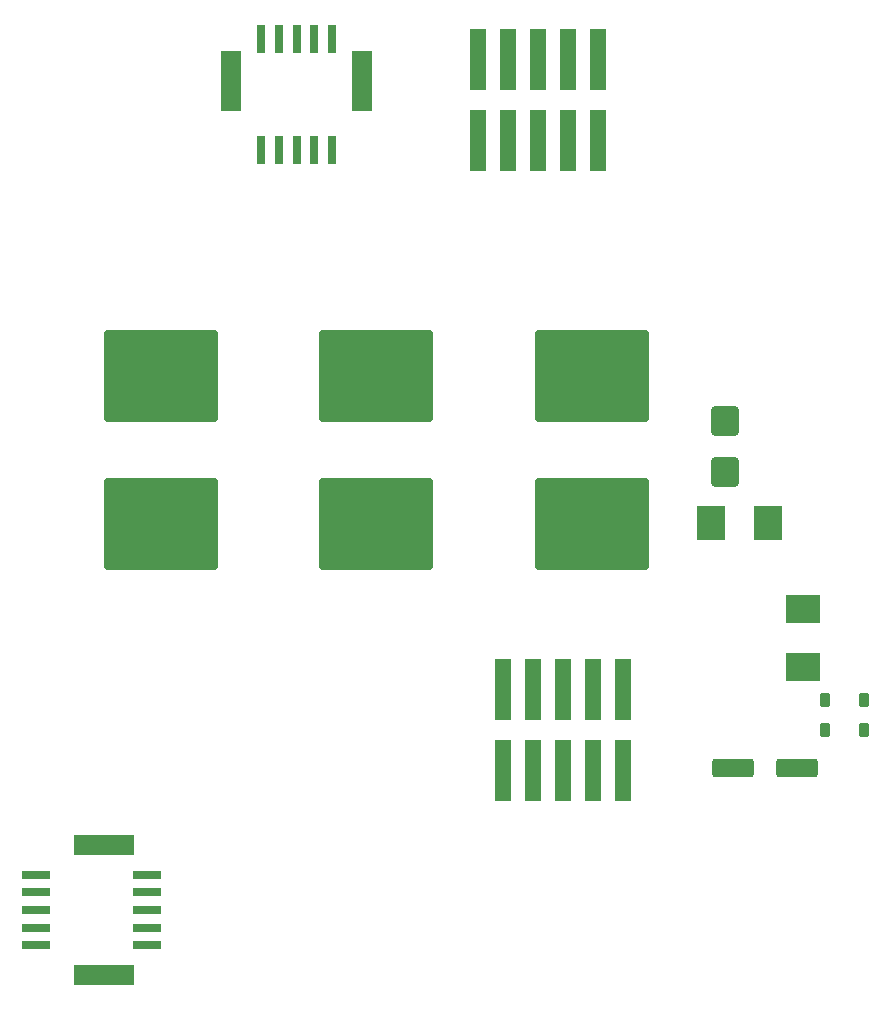
<source format=gbr>
%TF.GenerationSoftware,KiCad,Pcbnew,7.0.7*%
%TF.CreationDate,2024-02-15T16:38:16+01:00*%
%TF.ProjectId,nav_lower_controller,6e61765f-6c6f-4776-9572-5f636f6e7472,1*%
%TF.SameCoordinates,Original*%
%TF.FileFunction,Paste,Bot*%
%TF.FilePolarity,Positive*%
%FSLAX46Y46*%
G04 Gerber Fmt 4.6, Leading zero omitted, Abs format (unit mm)*
G04 Created by KiCad (PCBNEW 7.0.7) date 2024-02-15 16:38:16*
%MOMM*%
%LPD*%
G01*
G04 APERTURE LIST*
G04 Aperture macros list*
%AMRoundRect*
0 Rectangle with rounded corners*
0 $1 Rounding radius*
0 $2 $3 $4 $5 $6 $7 $8 $9 X,Y pos of 4 corners*
0 Add a 4 corners polygon primitive as box body*
4,1,4,$2,$3,$4,$5,$6,$7,$8,$9,$2,$3,0*
0 Add four circle primitives for the rounded corners*
1,1,$1+$1,$2,$3*
1,1,$1+$1,$4,$5*
1,1,$1+$1,$6,$7*
1,1,$1+$1,$8,$9*
0 Add four rect primitives between the rounded corners*
20,1,$1+$1,$2,$3,$4,$5,0*
20,1,$1+$1,$4,$5,$6,$7,0*
20,1,$1+$1,$6,$7,$8,$9,0*
20,1,$1+$1,$8,$9,$2,$3,0*%
G04 Aperture macros list end*
%ADD10C,0.010000*%
%ADD11RoundRect,0.249998X4.550002X-3.650002X4.550002X3.650002X-4.550002X3.650002X-4.550002X-3.650002X0*%
%ADD12R,3.000000X2.400000*%
%ADD13RoundRect,0.250000X0.900000X-1.000000X0.900000X1.000000X-0.900000X1.000000X-0.900000X-1.000000X0*%
%ADD14R,2.450000X0.800000*%
%ADD15R,5.050000X1.800000*%
%ADD16RoundRect,0.225000X-0.225000X-0.375000X0.225000X-0.375000X0.225000X0.375000X-0.225000X0.375000X0*%
%ADD17R,2.400000X3.000000*%
%ADD18RoundRect,0.250000X1.500000X0.550000X-1.500000X0.550000X-1.500000X-0.550000X1.500000X-0.550000X0*%
%ADD19R,1.270000X5.080000*%
%ADD20R,0.800000X2.450000*%
%ADD21R,1.800000X5.050000*%
G04 APERTURE END LIST*
%TO.C,J5*%
D10*
X143405000Y-59520000D02*
X142135000Y-59520000D01*
X142135000Y-54440000D01*
X143405000Y-54440000D01*
X143405000Y-59520000D01*
G36*
X143405000Y-59520000D02*
G01*
X142135000Y-59520000D01*
X142135000Y-54440000D01*
X143405000Y-54440000D01*
X143405000Y-59520000D01*
G37*
X143405000Y-66378000D02*
X142135000Y-66378000D01*
X142135000Y-61298000D01*
X143405000Y-61298000D01*
X143405000Y-66378000D01*
G36*
X143405000Y-66378000D02*
G01*
X142135000Y-66378000D01*
X142135000Y-61298000D01*
X143405000Y-61298000D01*
X143405000Y-66378000D01*
G37*
X145945000Y-59520000D02*
X144675000Y-59520000D01*
X144675000Y-54440000D01*
X145945000Y-54440000D01*
X145945000Y-59520000D01*
G36*
X145945000Y-59520000D02*
G01*
X144675000Y-59520000D01*
X144675000Y-54440000D01*
X145945000Y-54440000D01*
X145945000Y-59520000D01*
G37*
X145945000Y-66378000D02*
X144675000Y-66378000D01*
X144675000Y-61298000D01*
X145945000Y-61298000D01*
X145945000Y-66378000D01*
G36*
X145945000Y-66378000D02*
G01*
X144675000Y-66378000D01*
X144675000Y-61298000D01*
X145945000Y-61298000D01*
X145945000Y-66378000D01*
G37*
X148485000Y-59520000D02*
X147215000Y-59520000D01*
X147215000Y-54440000D01*
X148485000Y-54440000D01*
X148485000Y-59520000D01*
G36*
X148485000Y-59520000D02*
G01*
X147215000Y-59520000D01*
X147215000Y-54440000D01*
X148485000Y-54440000D01*
X148485000Y-59520000D01*
G37*
X148485000Y-66378000D02*
X147215000Y-66378000D01*
X147215000Y-61298000D01*
X148485000Y-61298000D01*
X148485000Y-66378000D01*
G36*
X148485000Y-66378000D02*
G01*
X147215000Y-66378000D01*
X147215000Y-61298000D01*
X148485000Y-61298000D01*
X148485000Y-66378000D01*
G37*
X151025000Y-59520000D02*
X149755000Y-59520000D01*
X149755000Y-54440000D01*
X151025000Y-54440000D01*
X151025000Y-59520000D01*
G36*
X151025000Y-59520000D02*
G01*
X149755000Y-59520000D01*
X149755000Y-54440000D01*
X151025000Y-54440000D01*
X151025000Y-59520000D01*
G37*
X151025000Y-66378000D02*
X149755000Y-66378000D01*
X149755000Y-61298000D01*
X151025000Y-61298000D01*
X151025000Y-66378000D01*
G36*
X151025000Y-66378000D02*
G01*
X149755000Y-66378000D01*
X149755000Y-61298000D01*
X151025000Y-61298000D01*
X151025000Y-66378000D01*
G37*
X153565000Y-59520000D02*
X152295000Y-59520000D01*
X152295000Y-54440000D01*
X153565000Y-54440000D01*
X153565000Y-59520000D01*
G36*
X153565000Y-59520000D02*
G01*
X152295000Y-59520000D01*
X152295000Y-54440000D01*
X153565000Y-54440000D01*
X153565000Y-59520000D01*
G37*
X153565000Y-66378000D02*
X152295000Y-66378000D01*
X152295000Y-61298000D01*
X153565000Y-61298000D01*
X153565000Y-66378000D01*
G36*
X153565000Y-66378000D02*
G01*
X152295000Y-66378000D01*
X152295000Y-61298000D01*
X153565000Y-61298000D01*
X153565000Y-66378000D01*
G37*
%TO.C,J7*%
X145555000Y-112820000D02*
X144285000Y-112820000D01*
X144285000Y-107740000D01*
X145555000Y-107740000D01*
X145555000Y-112820000D01*
G36*
X145555000Y-112820000D02*
G01*
X144285000Y-112820000D01*
X144285000Y-107740000D01*
X145555000Y-107740000D01*
X145555000Y-112820000D01*
G37*
X145555000Y-119678000D02*
X144285000Y-119678000D01*
X144285000Y-114598000D01*
X145555000Y-114598000D01*
X145555000Y-119678000D01*
G36*
X145555000Y-119678000D02*
G01*
X144285000Y-119678000D01*
X144285000Y-114598000D01*
X145555000Y-114598000D01*
X145555000Y-119678000D01*
G37*
X148095000Y-112820000D02*
X146825000Y-112820000D01*
X146825000Y-107740000D01*
X148095000Y-107740000D01*
X148095000Y-112820000D01*
G36*
X148095000Y-112820000D02*
G01*
X146825000Y-112820000D01*
X146825000Y-107740000D01*
X148095000Y-107740000D01*
X148095000Y-112820000D01*
G37*
X148095000Y-119678000D02*
X146825000Y-119678000D01*
X146825000Y-114598000D01*
X148095000Y-114598000D01*
X148095000Y-119678000D01*
G36*
X148095000Y-119678000D02*
G01*
X146825000Y-119678000D01*
X146825000Y-114598000D01*
X148095000Y-114598000D01*
X148095000Y-119678000D01*
G37*
X150635000Y-112820000D02*
X149365000Y-112820000D01*
X149365000Y-107740000D01*
X150635000Y-107740000D01*
X150635000Y-112820000D01*
G36*
X150635000Y-112820000D02*
G01*
X149365000Y-112820000D01*
X149365000Y-107740000D01*
X150635000Y-107740000D01*
X150635000Y-112820000D01*
G37*
X150635000Y-119678000D02*
X149365000Y-119678000D01*
X149365000Y-114598000D01*
X150635000Y-114598000D01*
X150635000Y-119678000D01*
G36*
X150635000Y-119678000D02*
G01*
X149365000Y-119678000D01*
X149365000Y-114598000D01*
X150635000Y-114598000D01*
X150635000Y-119678000D01*
G37*
X153175000Y-112820000D02*
X151905000Y-112820000D01*
X151905000Y-107740000D01*
X153175000Y-107740000D01*
X153175000Y-112820000D01*
G36*
X153175000Y-112820000D02*
G01*
X151905000Y-112820000D01*
X151905000Y-107740000D01*
X153175000Y-107740000D01*
X153175000Y-112820000D01*
G37*
X153175000Y-119678000D02*
X151905000Y-119678000D01*
X151905000Y-114598000D01*
X153175000Y-114598000D01*
X153175000Y-119678000D01*
G36*
X153175000Y-119678000D02*
G01*
X151905000Y-119678000D01*
X151905000Y-114598000D01*
X153175000Y-114598000D01*
X153175000Y-119678000D01*
G37*
X155715000Y-112820000D02*
X154445000Y-112820000D01*
X154445000Y-107740000D01*
X155715000Y-107740000D01*
X155715000Y-112820000D01*
G36*
X155715000Y-112820000D02*
G01*
X154445000Y-112820000D01*
X154445000Y-107740000D01*
X155715000Y-107740000D01*
X155715000Y-112820000D01*
G37*
X155715000Y-119678000D02*
X154445000Y-119678000D01*
X154445000Y-114598000D01*
X155715000Y-114598000D01*
X155715000Y-119678000D01*
G36*
X155715000Y-119678000D02*
G01*
X154445000Y-119678000D01*
X154445000Y-114598000D01*
X155715000Y-114598000D01*
X155715000Y-119678000D01*
G37*
%TD*%
D11*
%TO.C,C1*%
X134200000Y-96300000D03*
X134200000Y-83800000D03*
%TD*%
D12*
%TO.C,F2*%
X170400000Y-103540000D03*
X170400000Y-108400000D03*
%TD*%
D13*
%TO.C,D1*%
X163750000Y-91900000D03*
X163750000Y-87600000D03*
%TD*%
D11*
%TO.C,C3*%
X116000000Y-96300000D03*
X116000000Y-83800000D03*
%TD*%
D14*
%TO.C,J8*%
X105400000Y-126000000D03*
X114800000Y-126000000D03*
X105400000Y-127500000D03*
X114800000Y-127500000D03*
X105400000Y-129000000D03*
X114800000Y-129000000D03*
X105400000Y-130500000D03*
X114800000Y-130500000D03*
X105400000Y-132000000D03*
X114800000Y-132000000D03*
D15*
X111200000Y-134530000D03*
X111200000Y-123470000D03*
%TD*%
D16*
%TO.C,D4*%
X172250000Y-113800000D03*
X175550000Y-113800000D03*
%TD*%
D17*
%TO.C,F1*%
X167430000Y-96200000D03*
X162570000Y-96200000D03*
%TD*%
D18*
%TO.C,C8*%
X169850000Y-117000000D03*
X164450000Y-117000000D03*
%TD*%
D19*
%TO.C,J5*%
X142770000Y-56980000D03*
X142770000Y-63838000D03*
X145310000Y-56980000D03*
X145310000Y-63838000D03*
X147850000Y-56980000D03*
X147850000Y-63838000D03*
X150390000Y-56980000D03*
X150390000Y-63838000D03*
X152930000Y-56980000D03*
X152930000Y-63838000D03*
%TD*%
%TO.C,J7*%
X144920000Y-110280000D03*
X144920000Y-117138000D03*
X147460000Y-110280000D03*
X147460000Y-117138000D03*
X150000000Y-110280000D03*
X150000000Y-117138000D03*
X152540000Y-110280000D03*
X152540000Y-117138000D03*
X155080000Y-110280000D03*
X155080000Y-117138000D03*
%TD*%
D11*
%TO.C,C2*%
X152500000Y-96300000D03*
X152500000Y-83800000D03*
%TD*%
D20*
%TO.C,J14*%
X124500000Y-64637500D03*
X124500000Y-55237500D03*
X126000000Y-64637500D03*
X126000000Y-55237500D03*
X127500000Y-64637500D03*
X127500000Y-55237500D03*
X129000000Y-64637500D03*
X129000000Y-55237500D03*
X130500000Y-64637500D03*
X130500000Y-55237500D03*
D21*
X133030000Y-58837500D03*
X121970000Y-58837500D03*
%TD*%
D16*
%TO.C,D3*%
X172250000Y-111250000D03*
X175550000Y-111250000D03*
%TD*%
M02*

</source>
